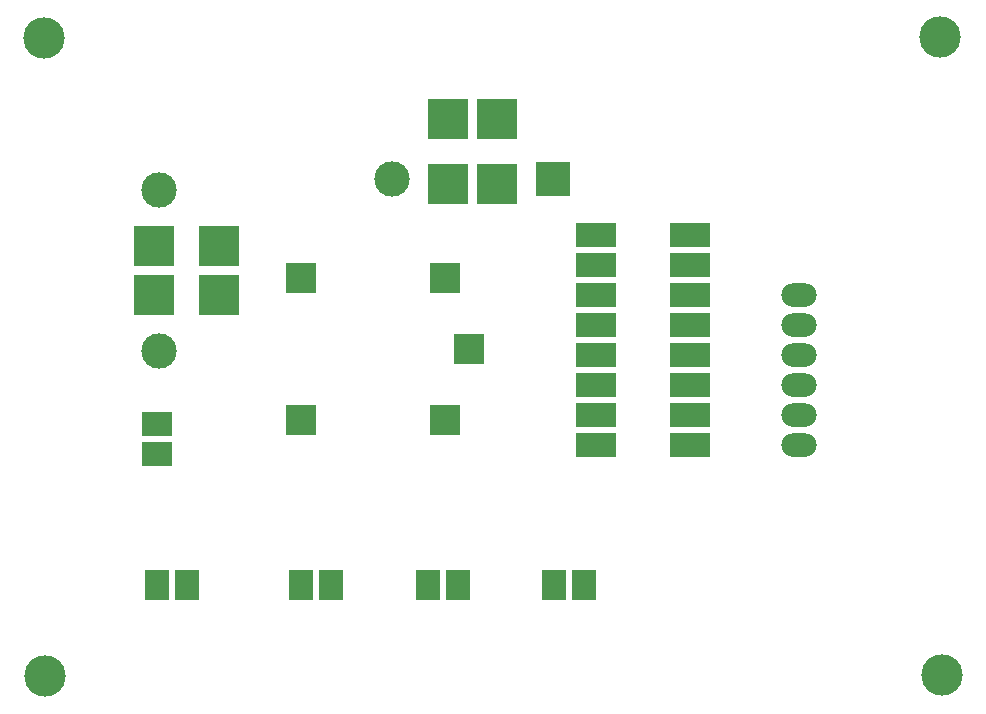
<source format=gbr>
%FSTAX23Y23*%
%MOIN*%
%SFA1B1*%

%IPPOS*%
%ADD10R,0.098425X0.098425*%
%ADD11R,0.137795X0.137795*%
%ADD12R,0.118110X0.118110*%
%ADD13C,0.118110*%
%ADD14R,0.137795X0.137795*%
%ADD15R,0.078740X0.098425*%
%ADD16O,0.118110X0.078740*%
%ADD17R,0.137795X0.078740*%
%ADD18R,0.098425X0.078740*%
%ADD19C,0.137795*%
%LNclamp_pcb_copper_signal_top-1*%
%LPD*%
G54D10*
X01455Y01442D03*
Y0097D03*
X00975D03*
Y01442D03*
X01534Y01206D03*
G54D11*
X0163Y01755D03*
Y01971D03*
X01464D03*
Y01755D03*
G54D12*
X01815Y01773D03*
G54D13*
X01279Y01773D03*
X00503Y01735D03*
Y01199D03*
G54D14*
X00485Y0155D03*
X00701D03*
Y01385D03*
X00485D03*
G54D15*
X00595Y0042D03*
X00495D03*
X0192D03*
X0182D03*
X01497D03*
X01397D03*
X01075D03*
X00975D03*
G54D16*
X02634Y00985D03*
Y01085D03*
Y01285D03*
Y00885D03*
Y01385D03*
Y01185D03*
G54D17*
X02271Y00885D03*
Y00985D03*
Y01085D03*
Y01185D03*
Y01285D03*
Y01385D03*
Y01485D03*
Y01585D03*
X01958D03*
Y01485D03*
Y01385D03*
Y01285D03*
Y01185D03*
Y01085D03*
Y00985D03*
Y00885D03*
G54D18*
X00495Y00855D03*
Y00955D03*
G54D19*
X00122Y00114D03*
X03113Y0012D03*
X00119Y02241D03*
X03104Y02244D03*
M02*
</source>
